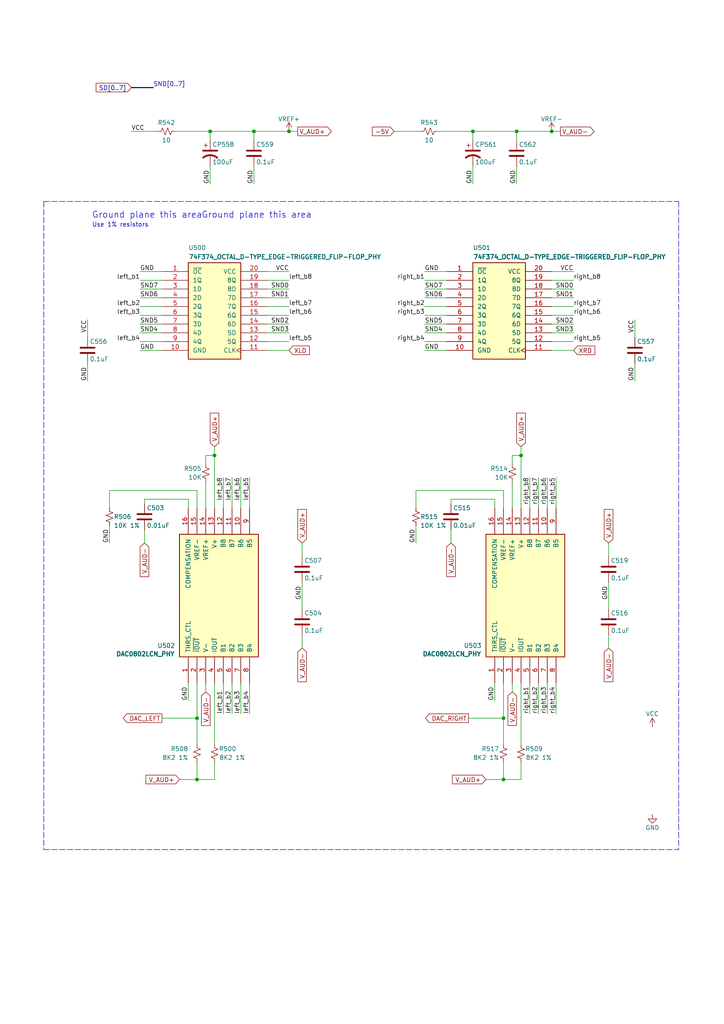
<source format=kicad_sch>
(kicad_sch (version 20211123) (generator eeschema)
  (paper "A4" portrait)
  (title_block (title "ReSTe mignon") (date "2022-07-13") (rev "mk0-0.1") (company "David SPORN") (comment 2 "original repository : https://github.com/sporniket/reste-mignon") (comment 4 "A remake of the Atari STe with some fixes applied and a target size of 25×18cm (B5)"))
  (lib_symbols
    (symbol "74x374:74X374_OCTAL_D-TYPE_EDGE-TRIGGERED_FLIP-FLOP_PHY" (pin_names (offset 1.27))
      (property "Reference" "U" (at -7.62 19.05 0))
      (property "Value" "74X374_OCTAL_D-TYPE_EDGE-TRIGGERED_FLIP-FLOP_PHY" (at -7.62 16.51 0))
      (symbol "74X374_OCTAL_D-TYPE_EDGE-TRIGGERED_FLIP-FLOP_PHY_0_0"
        (rectangle (start -7.62 13.97) (end 7.62 -13.97) (stroke (width 0.254)) (fill (type background)))
        (pin input line (at -15.24 11.43 0) (length 7.62) (name "~{OC}") (number "1"))
        (pin power_in line (at -15.24 -11.43 0) (length 7.62) (name "GND") (number "10"))
        (pin input clock (at 15.24 -11.43 180) (length 7.62) (name "CLK") (number "11"))
        (pin tri_state line (at 15.24 -8.89 180) (length 7.62) (name "5Q") (number "12"))
        (pin input line (at 15.24 -6.35 180) (length 7.62) (name "5D") (number "13"))
        (pin input line (at 15.24 -3.81 180) (length 7.62) (name "6D") (number "14"))
        (pin tri_state line (at 15.24 -1.27 180) (length 7.62) (name "6Q") (number "15"))
        (pin tri_state line (at 15.24 1.27 180) (length 7.62) (name "7Q") (number "16"))
        (pin input line (at 15.24 3.81 180) (length 7.62) (name "7D") (number "17"))
        (pin input line (at 15.24 6.35 180) (length 7.62) (name "8D") (number "18"))
        (pin tri_state line (at 15.24 8.89 180) (length 7.62) (name "8Q") (number "19"))
        (pin tri_state line (at -15.24 8.89 0) (length 7.62) (name "1Q") (number "2"))
        (pin power_in line (at 15.24 11.43 180) (length 7.62) (name "VCC") (number "20"))
        (pin input line (at -15.24 6.35 0) (length 7.62) (name "1D") (number "3"))
        (pin input line (at -15.24 3.81 0) (length 7.62) (name "2D") (number "4"))
        (pin tri_state line (at -15.24 1.27 0) (length 7.62) (name "2Q") (number "5"))
        (pin tri_state line (at -15.24 -1.27 0) (length 7.62) (name "3Q") (number "6"))
        (pin input line (at -15.24 -3.81 0) (length 7.62) (name "3D") (number "7"))
        (pin input line (at -15.24 -6.35 0) (length 7.62) (name "4D") (number "8"))
        (pin tri_state line (at -15.24 -8.89 0) (length 7.62) (name "4Q") (number "9"))
      )
    )
    (symbol "Device:C" (pin_numbers hide) (pin_names (offset 0.254))
      (property "Reference" "C" (at 0.635 2.54 0))
      (property "Value" "C" (at 0.635 -2.54 0))
      (symbol "C_0_1"
        (polyline (pts (xy -2.032 -0.762) (xy 2.032 -0.762)) (stroke (width 0.508)))
        (polyline (pts (xy -2.032 0.762) (xy 2.032 0.762)) (stroke (width 0.508)))
      )
      (symbol "C_1_1"
        (pin passive line (at 0 3.81 270) (length 2.794) (name "~") (number "1"))
        (pin passive line (at 0 -3.81 90) (length 2.794) (name "~") (number "2"))
      )
    )
    (symbol "Device:CP1" (pin_numbers hide) (pin_names (offset 0.254) hide)
      (property "Reference" "C" (at 0.635 2.54 0))
      (property "Value" "Device_CP1" (at 0.635 -2.54 0))
      (symbol "CP1_0_1"
        (polyline (pts (xy -2.032 0.762) (xy 2.032 0.762)) (stroke (width 0.508)))
        (polyline (pts (xy -1.778 2.286) (xy -0.762 2.286)))
        (polyline (pts (xy -1.27 1.778) (xy -1.27 2.794)))
        (arc (start 2.032 -1.27) (mid 0 -0.5572) (end -2.032 -1.27) (stroke (width 0.508)))
      )
      (symbol "CP1_1_1"
        (pin passive line (at 0 3.81 270) (length 2.794) (name "~") (number "1"))
        (pin passive line (at 0 -3.81 90) (length 3.302) (name "~") (number "2"))
      )
    )
    (symbol "Device:R_Small_US" (pin_numbers hide) (pin_names (offset 0.254) hide)
      (property "Reference" "R" (at 0.762 0.508 0))
      (property "Value" "R_Small_US" (at 0.762 -1.016 0))
      (symbol "R_Small_US_1_1"
        (polyline (pts (xy 0 0) (xy 1.016 -0.381) (xy 0 -0.762) (xy -1.016 -1.143) (xy 0 -1.524)))
        (polyline (pts (xy 0 1.524) (xy 1.016 1.143) (xy 0 0.762) (xy -1.016 0.381) (xy 0 0)))
        (pin passive line (at 0 2.54 270) (length 1.016) (name "~") (number "1"))
        (pin passive line (at 0 -2.54 90) (length 1.016) (name "~") (number "2"))
      )
    )
    (symbol "dac0802:DAC0802LCN_PHY" (pin_names (offset 1.27))
      (property "Reference" "U" (at 0 0 0))
      (property "Value" "DAC0802LCN_PHY" (at 0 0 0))
      (symbol "DAC0802LCN_PHY_0_0"
        (rectangle (start -17.78 11.43) (end 17.78 -11.43) (stroke (width 0.254)) (fill (type background)))
        (pin input line (at -25.4 8.89 0) (length 7.62) (name "THRS_CTL") (number "1"))
        (pin input line (at 25.4 -6.35 180) (length 7.62) (name "B6") (number "10"))
        (pin input line (at 25.4 -3.81 180) (length 7.62) (name "B7") (number "11"))
        (pin input line (at 25.4 -1.27 180) (length 7.62) (name "B8") (number "12"))
        (pin power_in line (at 25.4 1.27 180) (length 7.62) (name "V+") (number "13"))
        (pin input line (at 25.4 3.81 180) (length 7.62) (name "VREF+") (number "14"))
        (pin input line (at 25.4 6.35 180) (length 7.62) (name "VREF-") (number "15"))
        (pin input line (at 25.4 8.89 180) (length 7.62) (name "COMPENSATION") (number "16"))
        (pin output line (at -25.4 6.35 0) (length 7.62) (name "~{IOUT}") (number "2"))
        (pin input line (at -25.4 3.81 0) (length 7.62) (name "V-") (number "3"))
        (pin output line (at -25.4 1.27 0) (length 7.62) (name "IOUT") (number "4"))
        (pin input line (at -25.4 -1.27 0) (length 7.62) (name "B1") (number "5"))
        (pin input line (at -25.4 -3.81 0) (length 7.62) (name "B2") (number "6"))
        (pin input line (at -25.4 -6.35 0) (length 7.62) (name "B3") (number "7"))
        (pin input line (at -25.4 -8.89 0) (length 7.62) (name "B4") (number "8"))
        (pin input line (at 25.4 -8.89 180) (length 7.62) (name "B5") (number "9"))
      )
    )
    (symbol "power:GND" (power) (pin_names (offset 0))
      (property "Value" "GND" (at 0 -3.81 0))
      (symbol "GND_0_1"
        (polyline (pts (xy 0 0) (xy 0 -1.27) (xy 1.27 -1.27) (xy 0 -2.54) (xy -1.27 -1.27) (xy 0 -1.27)))
      )
      (symbol "GND_1_1"
        (pin power_in line (at 0 0 270) (length 0) hide (name "GND") (number "1"))
      )
    )
    (symbol "power:VCC" (power) (pin_names (offset 0))
      (property "Value" "VCC" (at 0 3.81 0))
      (symbol "VCC_0_1"
        (polyline (pts (xy -0.762 1.27) (xy 0 2.54)))
        (polyline (pts (xy 0 0) (xy 0 2.54)))
        (polyline (pts (xy 0 2.54) (xy 0.762 1.27)))
      )
      (symbol "VCC_1_1"
        (pin power_in line (at 0 0 90) (length 0) hide (name "VCC") (number "1"))
      )
    )
    (symbol "vref:VREF+" (power) (pin_names (offset 0))
      (property "Value" "VREF+" (at 0 3.556 0))
      (symbol "VREF+_0_1"
        (polyline (pts (xy -0.762 1.27) (xy 0 2.54)))
        (polyline (pts (xy 0 0) (xy 0 2.54)))
        (polyline (pts (xy 0 2.54) (xy 0.762 1.27)))
      )
      (symbol "VREF+_1_1"
        (pin power_out line (at 0 0 90) (length 0) hide (name "VREF+") (number "1"))
      )
    )
    (symbol "vref:VREF-" (power) (pin_names (offset 0))
      (property "Value" "VREF-" (at 0 3.556 0))
      (symbol "VREF-_0_1"
        (polyline (pts (xy -0.762 1.27) (xy 0 2.54)))
        (polyline (pts (xy 0 0) (xy 0 2.54)))
        (polyline (pts (xy 0 2.54) (xy 0.762 1.27)))
      )
      (symbol "VREF-_1_1"
        (pin power_out line (at 0 0 90) (length 0) hide (name "VREF-") (number "1"))
      )
    )
  )
  (junction (at 149.86 38.1))
  (junction (at 137.16 38.1))
  (junction (at 151.13 132.08))
  (junction (at 57.15 208.28))
  (junction (at 160.02 38.1))
  (junction (at 83.82 38.1))
  (junction (at 57.15 226.06))
  (junction (at 60.96 38.1))
  (junction (at 62.23 132.08))
  (junction (at 146.05 226.06))
  (junction (at 73.66 38.1))
  (junction (at 146.05 208.28))
  (wire (pts (xy 146.05 147.32) (xy 146.05 142.24)))
  (wire (pts (xy 40.64 93.98) (xy 46.99 93.98)))
  (wire (pts (xy 137.16 38.1) (xy 149.86 38.1)))
  (wire (pts (xy 123.19 91.44) (xy 129.54 91.44)))
  (wire (pts (xy 143.51 203.2) (xy 143.51 198.12)))
  (wire (pts (xy 40.64 78.74) (xy 46.99 78.74)))
  (wire (pts (xy 59.69 132.08) (xy 59.69 134.62)))
  (wire (pts (xy 149.86 38.1) (xy 160.02 38.1)))
  (wire (pts (xy 123.19 99.06) (xy 129.54 99.06)))
  (wire (pts (xy 67.31 147.32) (xy 67.31 138.43)))
  (wire (pts (xy 151.13 132.08) (xy 151.13 147.32)))
  (wire (pts (xy 40.64 96.52) (xy 46.99 96.52)))
  (wire (pts (xy 160.02 81.28) (xy 166.37 81.28)))
  (wire (pts (xy 40.64 91.44) (xy 46.99 91.44)))
  (wire (pts (xy 176.53 176.53) (xy 176.53 168.91)))
  (wire (pts (xy 135.89 208.28) (xy 146.05 208.28)))
  (wire (pts (xy 160.02 86.36) (xy 166.37 86.36)))
  (wire (pts (xy 156.21 147.32) (xy 156.21 138.43)))
  (wire (pts (xy 120.65 152.4) (xy 120.65 157.48)))
  (wire (pts (xy 156.21 207.01) (xy 156.21 198.12)))
  (wire (pts (xy 57.15 226.06) (xy 57.15 220.98)))
  (wire (pts (xy 160.02 88.9) (xy 166.37 88.9)))
  (wire (pts (xy 54.61 147.32) (xy 54.61 144.78)))
  (wire (pts (xy 40.64 86.36) (xy 46.99 86.36)))
  (wire (pts (xy 73.66 38.1) (xy 83.82 38.1)))
  (wire (pts (xy 123.19 86.36) (xy 129.54 86.36)))
  (wire (pts (xy 130.81 146.05) (xy 130.81 144.78)))
  (wire (pts (xy 57.15 226.06) (xy 62.23 226.06)))
  (wire (pts (xy 40.64 81.28) (xy 46.99 81.28)))
  (wire (pts (xy 153.67 147.32) (xy 153.67 138.43)))
  (wire (pts (xy 160.02 96.52) (xy 166.37 96.52)))
  (wire (pts (xy 151.13 129.54) (xy 151.13 132.08)))
  (wire (pts (xy 160.02 93.98) (xy 166.37 93.98)))
  (wire (pts (xy 123.19 81.28) (xy 129.54 81.28)))
  (wire (pts (xy 31.75 142.24) (xy 31.75 147.32)))
  (wire (pts (xy 87.63 161.29) (xy 87.63 157.48)))
  (wire (pts (xy 73.66 48.26) (xy 73.66 53.34)))
  (wire (pts (xy 123.19 101.6) (xy 129.54 101.6)))
  (polyline (pts (xy 12.7 58.42) (xy 196.85 58.42)))
  (wire (pts (xy 72.39 147.32) (xy 72.39 138.43)))
  (wire (pts (xy 160.02 78.74) (xy 166.37 78.74)))
  (wire (pts (xy 146.05 220.98) (xy 146.05 226.06)))
  (polyline (pts (xy 196.85 58.42) (xy 196.85 246.38)))
  (wire (pts (xy 77.47 93.98) (xy 83.82 93.98)))
  (wire (pts (xy 52.07 226.06) (xy 57.15 226.06)))
  (wire (pts (xy 123.19 93.98) (xy 129.54 93.98)))
  (wire (pts (xy 158.75 207.01) (xy 158.75 198.12)))
  (wire (pts (xy 41.91 157.48) (xy 41.91 153.67)))
  (wire (pts (xy 57.15 208.28) (xy 57.15 198.12)))
  (wire (pts (xy 148.59 147.32) (xy 148.59 139.7)))
  (wire (pts (xy 148.59 132.08) (xy 148.59 134.62)))
  (wire (pts (xy 184.15 92.71) (xy 184.15 97.79)))
  (wire (pts (xy 60.96 48.26) (xy 60.96 53.34)))
  (wire (pts (xy 59.69 132.08) (xy 62.23 132.08)))
  (wire (pts (xy 77.47 96.52) (xy 83.82 96.52)))
  (wire (pts (xy 137.16 48.26) (xy 137.16 53.34)))
  (wire (pts (xy 31.75 142.24) (xy 57.15 142.24)))
  (wire (pts (xy 161.29 207.01) (xy 161.29 198.12)))
  (polyline (pts (xy 12.7 58.42) (xy 12.7 246.38)))
  (wire (pts (xy 72.39 207.01) (xy 72.39 198.12)))
  (wire (pts (xy 120.65 142.24) (xy 146.05 142.24)))
  (wire (pts (xy 62.23 226.06) (xy 62.23 220.98)))
  (wire (pts (xy 59.69 200.66) (xy 59.69 198.12)))
  (wire (pts (xy 123.19 88.9) (xy 129.54 88.9)))
  (wire (pts (xy 41.91 144.78) (xy 54.61 144.78)))
  (wire (pts (xy 83.82 38.1) (xy 86.36 38.1)))
  (wire (pts (xy 148.59 200.66) (xy 148.59 198.12)))
  (wire (pts (xy 87.63 187.96) (xy 87.63 184.15)))
  (wire (pts (xy 40.64 101.6) (xy 46.99 101.6)))
  (wire (pts (xy 130.81 144.78) (xy 143.51 144.78)))
  (wire (pts (xy 130.81 157.48) (xy 130.81 153.67)))
  (wire (pts (xy 151.13 198.12) (xy 151.13 215.9)))
  (wire (pts (xy 160.02 38.1) (xy 162.56 38.1)))
  (wire (pts (xy 77.47 99.06) (xy 83.82 99.06)))
  (wire (pts (xy 149.86 48.26) (xy 149.86 53.34)))
  (wire (pts (xy 46.99 208.28) (xy 57.15 208.28)))
  (wire (pts (xy 31.75 152.4) (xy 31.75 157.48)))
  (wire (pts (xy 146.05 215.9) (xy 146.05 208.28)))
  (wire (pts (xy 25.4 92.71) (xy 25.4 97.79)))
  (wire (pts (xy 77.47 78.74) (xy 83.82 78.74)))
  (wire (pts (xy 40.64 83.82) (xy 46.99 83.82)))
  (wire (pts (xy 59.69 147.32) (xy 59.69 139.7)))
  (wire (pts (xy 153.67 207.01) (xy 153.67 198.12)))
  (wire (pts (xy 64.77 207.01) (xy 64.77 198.12)))
  (wire (pts (xy 160.02 101.6) (xy 166.37 101.6)))
  (wire (pts (xy 50.8 38.1) (xy 60.96 38.1)))
  (wire (pts (xy 161.29 147.32) (xy 161.29 138.43)))
  (wire (pts (xy 40.64 99.06) (xy 46.99 99.06)))
  (wire (pts (xy 69.85 147.32) (xy 69.85 138.43)))
  (wire (pts (xy 25.4 105.41) (xy 25.4 110.49)))
  (wire (pts (xy 114.3 38.1) (xy 121.92 38.1)))
  (wire (pts (xy 77.47 86.36) (xy 83.82 86.36)))
  (wire (pts (xy 40.64 88.9) (xy 46.99 88.9)))
  (wire (pts (xy 77.47 101.6) (xy 83.82 101.6)))
  (wire (pts (xy 54.61 203.2) (xy 54.61 198.12)))
  (bus (pts (xy 38.1 25.4) (xy 44.45 25.4)))
  (wire (pts (xy 137.16 40.64) (xy 137.16 38.1)))
  (wire (pts (xy 123.19 78.74) (xy 129.54 78.74)))
  (wire (pts (xy 120.65 142.24) (xy 120.65 147.32)))
  (wire (pts (xy 160.02 91.44) (xy 166.37 91.44)))
  (wire (pts (xy 184.15 105.41) (xy 184.15 110.49)))
  (wire (pts (xy 77.47 81.28) (xy 83.82 81.28)))
  (wire (pts (xy 64.77 147.32) (xy 64.77 138.43)))
  (wire (pts (xy 60.96 38.1) (xy 73.66 38.1)))
  (polyline (pts (xy 12.7 246.38) (xy 196.85 246.38)))
  (wire (pts (xy 60.96 40.64) (xy 60.96 38.1)))
  (wire (pts (xy 140.97 226.06) (xy 146.05 226.06)))
  (wire (pts (xy 73.66 40.64) (xy 73.66 38.1)))
  (wire (pts (xy 57.15 215.9) (xy 57.15 208.28)))
  (wire (pts (xy 146.05 198.12) (xy 146.05 208.28)))
  (wire (pts (xy 146.05 226.06) (xy 151.13 226.06)))
  (wire (pts (xy 160.02 99.06) (xy 166.37 99.06)))
  (wire (pts (xy 41.91 146.05) (xy 41.91 144.78)))
  (wire (pts (xy 62.23 215.9) (xy 62.23 198.12)))
  (wire (pts (xy 69.85 207.01) (xy 69.85 198.12)))
  (wire (pts (xy 77.47 83.82) (xy 83.82 83.82)))
  (wire (pts (xy 160.02 83.82) (xy 166.37 83.82)))
  (wire (pts (xy 123.19 96.52) (xy 129.54 96.52)))
  (wire (pts (xy 158.75 147.32) (xy 158.75 138.43)))
  (wire (pts (xy 62.23 129.54) (xy 62.23 132.08)))
  (wire (pts (xy 149.86 40.64) (xy 149.86 38.1)))
  (wire (pts (xy 38.1 38.1) (xy 45.72 38.1)))
  (wire (pts (xy 127 38.1) (xy 137.16 38.1)))
  (wire (pts (xy 151.13 220.98) (xy 151.13 226.06)))
  (wire (pts (xy 176.53 161.29) (xy 176.53 157.48)))
  (wire (pts (xy 77.47 88.9) (xy 83.82 88.9)))
  (wire (pts (xy 143.51 147.32) (xy 143.51 144.78)))
  (wire (pts (xy 67.31 207.01) (xy 67.31 198.12)))
  (wire (pts (xy 62.23 132.08) (xy 62.23 147.32)))
  (wire (pts (xy 123.19 83.82) (xy 129.54 83.82)))
  (wire (pts (xy 148.59 132.08) (xy 151.13 132.08)))
  (wire (pts (xy 87.63 176.53) (xy 87.63 168.91)))
  (wire (pts (xy 77.47 91.44) (xy 83.82 91.44)))
  (wire (pts (xy 176.53 187.96) (xy 176.53 184.15)))
  (wire (pts (xy 57.15 147.32) (xy 57.15 142.24)))
  (text "Ground plane this area" (at 26.67 63.5 0) (effects (font (size 1.8034 1.8034)) (justify left bottom)))
  (text "Ground plane this area" (at 58.42 63.5 0) (effects (font (size 1.8034 1.8034)) (justify left bottom)))
  (text "Use 1% resistors" (at 26.67 66.04 0) (effects (font (size 1.27 1.27)) (justify left bottom)))
  (label "right_b2" (at 156.21 207.01 90))
  (label "right_b4" (at 123.19 99.06 180))
  (label "GND" (at 31.75 157.48 90))
  (label "GND" (at 123.19 78.74 0))
  (label "SND4" (at 123.19 96.52 0))
  (label "SND0" (at 166.37 83.82 180))
  (label "right_b3" (at 158.75 207.01 90))
  (label "VCC" (at 184.15 92.71 270))
  (label "right_b8" (at 166.37 81.28 0))
  (label "SND1" (at 83.82 86.36 180))
  (label "left_b7" (at 67.31 138.43 270))
  (label "right_b4" (at 161.29 207.01 90))
  (label "right_b6" (at 166.37 91.44 0))
  (label "SND6" (at 40.64 86.36 0))
  (label "right_b7" (at 156.21 138.43 270))
  (label "right_b1" (at 153.67 207.01 90))
  (label "SND3" (at 83.82 96.52 180))
  (label "SND6" (at 123.19 86.36 0))
  (label "GND" (at 137.16 53.34 90))
  (label "left_b3" (at 69.85 207.01 90))
  (label "SND4" (at 40.64 96.52 0))
  (label "VCC" (at 83.82 78.74 180))
  (label "GND" (at 40.64 101.6 0))
  (label "GND" (at 149.86 53.34 90))
  (label "GND" (at 184.15 110.49 90))
  (label "SND7" (at 123.19 83.82 0))
  (label "left_b4" (at 40.64 99.06 180))
  (label "right_b5" (at 161.29 138.43 270))
  (label "left_b6" (at 69.85 138.43 270))
  (label "GND" (at 73.66 53.34 90))
  (label "left_b2" (at 40.64 88.9 180))
  (label "left_b5" (at 83.82 99.06 0))
  (label "right_b6" (at 158.75 138.43 270))
  (label "GND" (at 176.53 173.99 90))
  (label "GND" (at 25.4 110.49 90))
  (label "SND5" (at 40.64 93.98 0))
  (label "right_b3" (at 123.19 91.44 180))
  (label "SND3" (at 166.37 96.52 180))
  (label "left_b3" (at 40.64 91.44 180))
  (label "right_b2" (at 123.19 88.9 180))
  (label "right_b8" (at 153.67 138.43 270))
  (label "SND1" (at 166.37 86.36 180))
  (label "SND2" (at 166.37 93.98 180))
  (label "left_b8" (at 64.77 138.43 270))
  (label "right_b5" (at 166.37 99.06 0))
  (label "GND" (at 87.63 173.99 90))
  (label "GND" (at 143.51 203.2 90))
  (label "GND" (at 123.19 101.6 0))
  (label "left_b5" (at 72.39 138.43 270))
  (label "VCC" (at 166.37 78.74 180))
  (label "left_b4" (at 72.39 207.01 90))
  (label "SND5" (at 123.19 93.98 0))
  (label "left_b8" (at 83.82 81.28 0))
  (label "left_b2" (at 67.31 207.01 90))
  (label "right_b7" (at 166.37 88.9 0))
  (label "GND" (at 120.65 157.48 90))
  (label "right_b1" (at 123.19 81.28 180))
  (label "left_b1" (at 64.77 207.01 90))
  (label "SND0" (at 83.82 83.82 180))
  (label "GND" (at 60.96 53.34 90))
  (label "left_b7" (at 83.82 88.9 0))
  (label "GND" (at 54.61 203.2 90))
  (label "left_b6" (at 83.82 91.44 0))
  (label "SND7" (at 40.64 83.82 0))
  (label "SND2" (at 83.82 93.98 180))
  (label "VCC" (at 38.1 38.1 0))
  (label "left_b1" (at 40.64 81.28 180))
  (label "SND[0..7]" (at 44.45 25.4 0))
  (label "GND" (at 40.64 78.74 0))
  (label "VCC" (at 25.4 92.71 270))
  (global_label "V_AUD+" (shape input) (at 62.23 129.54 90) (property "Intersheet References" "${INTERSHEET_REFS}" (effects hide)))
  (global_label "V_AUD-" (shape input) (at 87.63 187.96 270) (property "Intersheet References" "${INTERSHEET_REFS}" (effects hide)))
  (global_label "V_AUD-" (shape input) (at 176.53 187.96 270) (property "Intersheet References" "${INTERSHEET_REFS}" (effects hide)))
  (global_label "V_AUD-" (shape input) (at 148.59 200.66 270) (property "Intersheet References" "${INTERSHEET_REFS}" (effects hide)))
  (global_label "V_AUD+" (shape input) (at 151.13 129.54 90) (property "Intersheet References" "${INTERSHEET_REFS}" (effects hide)))
  (global_label "-5V" (shape input) (at 114.3 38.1 180) (property "Intersheet References" "${INTERSHEET_REFS}" (effects hide)))
  (global_label "V_AUD-" (shape input) (at 41.91 157.48 270) (property "Intersheet References" "${INTERSHEET_REFS}" (effects hide)))
  (global_label "DAC_LEFT" (shape output) (at 46.99 208.28 180) (property "Intersheet References" "${INTERSHEET_REFS}" (effects hide)))
  (global_label "V_AUD-" (shape output) (at 162.56 38.1 0) (property "Intersheet References" "${INTERSHEET_REFS}" (effects hide)))
  (global_label "SD[0..7]" (shape input) (at 38.1 25.4 180) (property "Intersheet References" "${INTERSHEET_REFS}" (effects hide)))
  (global_label "DAC_RIGHT" (shape output) (at 135.89 208.28 180) (property "Intersheet References" "${INTERSHEET_REFS}" (effects hide)))
  (global_label "V_AUD-" (shape input) (at 130.81 157.48 270) (property "Intersheet References" "${INTERSHEET_REFS}" (effects hide)))
  (global_label "V_AUD+" (shape input) (at 52.07 226.06 180) (property "Intersheet References" "${INTERSHEET_REFS}" (effects hide)))
  (global_label "V_AUD-" (shape input) (at 59.69 200.66 270) (property "Intersheet References" "${INTERSHEET_REFS}" (effects hide)))
  (global_label "XRD" (shape input) (at 166.37 101.6 0) (property "Intersheet References" "${INTERSHEET_REFS}" (effects hide)))
  (global_label "V_AUD+" (shape output) (at 86.36 38.1 0) (property "Intersheet References" "${INTERSHEET_REFS}" (effects hide)))
  (global_label "V_AUD+" (shape input) (at 176.53 157.48 90) (property "Intersheet References" "${INTERSHEET_REFS}" (effects hide)))
  (global_label "XLD" (shape input) (at 83.82 101.6 0) (property "Intersheet References" "${INTERSHEET_REFS}" (effects hide)))
  (global_label "V_AUD+" (shape input) (at 87.63 157.48 90) (property "Intersheet References" "${INTERSHEET_REFS}" (effects hide)))
  (global_label "V_AUD+" (shape input) (at 140.97 226.06 180) (property "Intersheet References" "${INTERSHEET_REFS}" (effects hide)))
  (symbol (lib_id "74x374:74X374_OCTAL_D-TYPE_EDGE-TRIGGERED_FLIP-FLOP_PHY") (at 62.23 90.17 0) (unit 1)
    (property "Reference" "U500" (at 54.61 71.12 0) (effects (justify left top)))
    (property "Value" "74F374_OCTAL_D-TYPE_EDGE-TRIGGERED_FLIP-FLOP_PHY" (at 54.61 73.66 0) (effects (font bold) (justify left top)))
    (property "Footprint" "Package_DIP:DIP-20_W7.62mm_LongPads" (effects hide))
    (property "Datasheet" "https://www.ti.com/lit/ds/symlink/sn54s373.pdf" (effects hide))
  )
  (symbol (lib_id "dac0802:DAC0802LCN_PHY") (at 63.5 172.72 90) (unit 1)
    (property "Reference" "U502" (at 50.8 187.96 90) (effects (justify left top)))
    (property "Value" "DAC0802LCN_PHY" (at 50.8 190.5 90) (effects (font bold) (justify left top)))
    (property "Footprint" "Package_DIP:DIP-16_W7.62mm_LongPads" (effects hide))
  )
  (symbol (lib_id "Device:R_Small_US") (at 48.26 38.1 270) (unit 1)
    (property "Reference" "R542" (at 48.26 35.56 90))
    (property "Value" "10" (at 48.26 40.64 90))
    (property "Footprint" "Resistor_SMD:R_1206_3216Metric_Pad1.30x1.75mm_HandSolder" (effects hide))
  )
  (symbol (lib_id "Device:R_Small_US") (at 124.46 38.1 270) (unit 1)
    (property "Reference" "R543" (at 124.46 35.56 90))
    (property "Value" "10" (at 124.46 40.64 90))
    (property "Footprint" "Resistor_SMD:R_1206_3216Metric_Pad1.30x1.75mm_HandSolder" (effects hide))
  )
  (symbol (lib_id "Device:CP1") (at 60.96 44.45 0) (unit 1)
    (property "Reference" "CP558" (at 61.595 41.91 0) (effects (justify left)))
    (property "Value" "100uF" (at 61.595 46.99 0) (effects (justify left)))
    (property "Footprint" "Capacitor_THT:C_Radial_D8.0mm_H11.5mm_P3.50mm" (effects hide))
  )
  (symbol (lib_id "Device:C") (at 73.66 44.45 0) (unit 1)
    (property "Reference" "C559" (at 74.295 41.91 0) (effects (justify left)))
    (property "Value" "0.1uF" (at 74.295 46.99 0) (effects (justify left)))
    (property "Footprint" "Capacitor_SMD:C_1206_3216Metric_Pad1.33x1.80mm_HandSolder" (effects hide))
  )
  (symbol (lib_id "Device:CP1") (at 137.16 44.45 0) (unit 1)
    (property "Reference" "CP561" (at 137.795 41.91 0) (effects (justify left)))
    (property "Value" "100uF" (at 137.795 46.99 0) (effects (justify left)))
    (property "Footprint" "Capacitor_THT:C_Radial_D8.0mm_H11.5mm_P3.50mm" (effects hide))
  )
  (symbol (lib_id "Device:C") (at 149.86 44.45 0) (unit 1)
    (property "Reference" "C562" (at 150.495 41.91 0) (effects (justify left)))
    (property "Value" "0.1uF" (at 150.495 46.99 0) (effects (justify left)))
    (property "Footprint" "Capacitor_SMD:C_1206_3216Metric_Pad1.33x1.80mm_HandSolder" (effects hide))
  )
  (symbol (lib_id "Device:C") (at 87.63 180.34 0) (unit 1)
    (property "Reference" "C504" (at 88.265 177.8 0) (effects (justify left)))
    (property "Value" "0.1uF" (at 88.265 182.88 0) (effects (justify left)))
    (property "Footprint" "Capacitor_SMD:C_1206_3216Metric_Pad1.33x1.80mm_HandSolder" (effects hide))
  )
  (symbol (lib_id "Device:C") (at 41.91 149.86 0) (unit 1)
    (property "Reference" "C503" (at 42.545 147.32 0) (effects (justify left)))
    (property "Value" "0.01uF" (at 42.545 152.4 0) (effects (justify left)))
    (property "Footprint" "Capacitor_SMD:C_1206_3216Metric_Pad1.33x1.80mm_HandSolder" (effects hide))
  )
  (symbol (lib_id "Device:C") (at 87.63 165.1 0) (unit 1)
    (property "Reference" "C507" (at 88.265 162.56 0) (effects (justify left)))
    (property "Value" "0.1uF" (at 88.265 167.64 0) (effects (justify left)))
    (property "Footprint" "Capacitor_SMD:C_1206_3216Metric_Pad1.33x1.80mm_HandSolder" (effects hide))
  )
  (symbol (lib_id "Device:R_Small_US") (at 59.69 137.16 0) (unit 1)
    (property "Reference" "R505" (at 53.34 135.89 0) (effects (justify left)))
    (property "Value" "10K" (at 54.61 138.43 0) (effects (justify left)))
    (property "Footprint" "Resistor_SMD:R_1206_3216Metric_Pad1.30x1.75mm_HandSolder" (effects hide))
  )
  (symbol (lib_id "Device:R_Small_US") (at 31.75 149.86 0) (unit 1)
    (property "Reference" "R506" (at 33.02 149.86 0) (effects (justify left)))
    (property "Value" "10K 1%" (at 33.02 152.4 0) (effects (justify left)))
    (property "Footprint" "Resistor_SMD:R_1206_3216Metric_Pad1.30x1.75mm_HandSolder" (effects hide))
  )
  (symbol (lib_id "Device:C") (at 25.4 101.6 0) (unit 1)
    (property "Reference" "C556" (at 26.035 99.06 0) (effects (justify left)))
    (property "Value" "0.1uF" (at 26.035 104.14 0) (effects (justify left)))
    (property "Footprint" "Capacitor_SMD:C_1206_3216Metric_Pad1.33x1.80mm_HandSolder" (effects hide))
  )
  (symbol (lib_id "Device:R_Small_US") (at 62.23 218.44 180) (unit 1)
    (property "Reference" "R500" (at 68.58 217.17 0) (effects (justify left)))
    (property "Value" "8K2 1%" (at 71.12 219.71 0) (effects (justify left)))
    (property "Footprint" "Resistor_SMD:R_1206_3216Metric_Pad1.30x1.75mm_HandSolder" (effects hide))
  )
  (symbol (lib_id "Device:R_Small_US") (at 57.15 218.44 180) (unit 1)
    (property "Reference" "R508" (at 54.61 217.17 0) (effects (justify left)))
    (property "Value" "8K2 1%" (at 54.61 219.71 0) (effects (justify left)))
    (property "Footprint" "Resistor_SMD:R_1206_3216Metric_Pad1.30x1.75mm_HandSolder" (effects hide))
  )
  (symbol (lib_id "74x374:74X374_OCTAL_D-TYPE_EDGE-TRIGGERED_FLIP-FLOP_PHY") (at 144.78 90.17 0) (unit 1)
    (property "Reference" "U501" (at 137.16 71.12 0) (effects (justify left top)))
    (property "Value" "74F374_OCTAL_D-TYPE_EDGE-TRIGGERED_FLIP-FLOP_PHY" (at 137.16 73.66 0) (effects (font bold) (justify left top)))
    (property "Footprint" "Package_DIP:DIP-20_W7.62mm_LongPads" (effects hide))
    (property "Datasheet" "https://www.ti.com/lit/ds/symlink/sn54s373.pdf" (effects hide))
  )
  (symbol (lib_id "dac0802:DAC0802LCN_PHY") (at 152.4 172.72 90) (unit 1)
    (property "Reference" "U503" (at 139.7 187.96 90) (effects (justify left top)))
    (property "Value" "DAC0802LCN_PHY" (at 139.7 190.5 90) (effects (font bold) (justify left top)))
    (property "Footprint" "Package_DIP:DIP-16_W7.62mm_LongPads" (effects hide))
  )
  (symbol (lib_id "Device:C") (at 130.81 149.86 0) (unit 1)
    (property "Reference" "C515" (at 131.445 147.32 0) (effects (justify left)))
    (property "Value" "0.01uF" (at 131.445 152.4 0) (effects (justify left)))
    (property "Footprint" "Capacitor_SMD:C_1206_3216Metric_Pad1.33x1.80mm_HandSolder" (effects hide))
  )
  (symbol (lib_id "Device:C") (at 176.53 165.1 0) (unit 1)
    (property "Reference" "C519" (at 177.165 162.56 0) (effects (justify left)))
    (property "Value" "0.1uF" (at 177.165 167.64 0) (effects (justify left)))
    (property "Footprint" "Capacitor_SMD:C_1206_3216Metric_Pad1.33x1.80mm_HandSolder" (effects hide))
  )
  (symbol (lib_id "Device:R_Small_US") (at 148.59 137.16 0) (unit 1)
    (property "Reference" "R514" (at 142.24 135.89 0) (effects (justify left)))
    (property "Value" "10K" (at 143.51 138.43 0) (effects (justify left)))
    (property "Footprint" "Resistor_SMD:R_1206_3216Metric_Pad1.30x1.75mm_HandSolder" (effects hide))
  )
  (symbol (lib_id "Device:R_Small_US") (at 120.65 149.86 0) (unit 1)
    (property "Reference" "R515" (at 121.92 149.86 0) (effects (justify left)))
    (property "Value" "10K 1%" (at 121.92 152.4 0) (effects (justify left)))
    (property "Footprint" "Resistor_SMD:R_1206_3216Metric_Pad1.30x1.75mm_HandSolder" (effects hide))
  )
  (symbol (lib_id "Device:C") (at 176.53 180.34 0) (unit 1)
    (property "Reference" "C516" (at 177.165 177.8 0) (effects (justify left)))
    (property "Value" "0.1uF" (at 177.165 182.88 0) (effects (justify left)))
    (property "Footprint" "Capacitor_SMD:C_1206_3216Metric_Pad1.33x1.80mm_HandSolder" (effects hide))
  )
  (symbol (lib_id "Device:R_Small_US") (at 151.13 218.44 180) (unit 1)
    (property "Reference" "R509" (at 157.48 217.17 0) (effects (justify left)))
    (property "Value" "8K2 1%" (at 160.02 219.71 0) (effects (justify left)))
    (property "Footprint" "Resistor_SMD:R_1206_3216Metric_Pad1.30x1.75mm_HandSolder" (effects hide))
  )
  (symbol (lib_id "Device:R_Small_US") (at 146.05 218.44 180) (unit 1)
    (property "Reference" "R517" (at 144.78 217.17 0) (effects (justify left)))
    (property "Value" "8K2 1%" (at 144.78 219.71 0) (effects (justify left)))
    (property "Footprint" "Resistor_SMD:R_1206_3216Metric_Pad1.30x1.75mm_HandSolder" (effects hide))
  )
  (symbol (lib_id "Device:C") (at 184.15 101.6 0) (unit 1)
    (property "Reference" "C557" (at 184.785 99.06 0) (effects (justify left)))
    (property "Value" "0.1uF" (at 184.785 104.14 0) (effects (justify left)))
    (property "Footprint" "Capacitor_SMD:C_1206_3216Metric_Pad1.33x1.80mm_HandSolder" (effects hide))
  )
  (symbol (lib_id "vref:VREF+") (at 83.82 38.1 0) (unit 1)
    (property "Reference" "#PWR0104" (effects hide))
    (property "Value" "VREF+" (at 83.82 34.544 0))
  )
  (symbol (lib_id "vref:VREF-") (at 160.02 38.1 0) (unit 1)
    (property "Reference" "#PWR0105" (effects hide))
    (property "Value" "VREF-" (at 160.02 34.544 0))
  )
  (symbol (lib_id "power:GND") (at 189.23 236.22 0) (unit 1)
    (property "Reference" "#PWR?" (effects hide))
    (property "Value" "GND" (at 189.23 240.03 0))
  )
  (symbol (lib_id "power:VCC") (at 189.23 210.82 0) (unit 1)
    (property "Reference" "#PWR?" (effects hide))
    (property "Value" "VCC" (at 189.23 207.01 0))
  )
)
</source>
